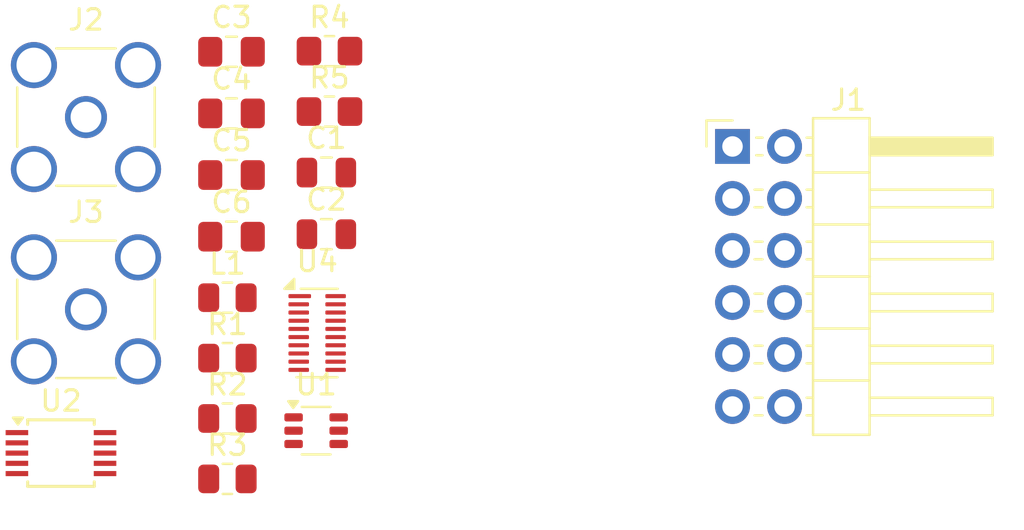
<source format=kicad_pcb>
(kicad_pcb (version 20241229) (generator "pcbnew") (generator_version "9.0")
  (layers (0 "F.Cu" signal) (2 "B.Cu" signal) (13 "F.Paste" user) (15 "B.Paste" user) (5 "F.SilkS" user "F.Silkscreen") (7 "B.SilkS" user "B.Silkscreen") (1 "F.Mask" user) (3 "B.Mask" user) (25 "Edge.Cuts" user))
  (net 0 "")
  (net 1 "GND")
  (net 2 "3v3")
  (net 3 "5v0")
  (net 4 "/OUT_5v0")
  (net 5 "/OUT_3v3")
  (net 6 "Net-(U1-L)")
  (net 7 "/DATA_IN_5v0")
  (net 8 "/DATA_OUT_5v0")
  (net 9 "Net-(U1-FB)")
  (net 10 "/EN_5v0")
  (net 11 "/CLK_5v0")
  (net 12 "/TRIGGER_IN_5v0")
  (net 14 "/DATA_OUT_3v3")
  (net 17 "/TRIGGER_IN_3v3")
  (net 18 "/DATA_IN_3v3")
  (net 21 "/CLK_3v3")
  (net 22 "/EN_3v3")
  (footprint "Package_SO:TSSOP-10_3x3mm_P0.5mm" (layer "F.Cu") (at 21.855 45.105)
    (property "Reference" "U2" (at 0 -2.55 0) (layer "F.SilkS"))
    (property "Value" "~")
    (fp_line (start -1.625 -1.625) (end -1.625 -1.4) (stroke (width 0.15)) (layer "F.SilkS"))
    (fp_line (start -1.625 -1.625) (end 1.625 -1.625) (stroke (width 0.15)) (layer "F.SilkS"))
    (fp_line (start -1.625 1.625) (end -1.625 1.4) (stroke (width 0.15)) (layer "F.SilkS"))
    (fp_line (start -1.625 1.625) (end 1.625 1.625) (stroke (width 0.15)) (layer "F.SilkS"))
    (fp_line (start 1.625 -1.625) (end 1.625 -1.4) (stroke (width 0.15)) (layer "F.SilkS"))
    (fp_line (start 1.625 1.625) (end 1.625 1.4) (stroke (width 0.15)) (layer "F.SilkS"))
    (fp_poly (pts (xy -2.1 -1.4) (xy -2.34 -1.73) (xy -1.86 -1.73) (xy -2.1 -1.4)) (stroke (width 0.12)) (fill yes) (layer "F.SilkS"))
    (pad "1" smd rect (at -2.15 -1) (size 1.1 0.25) (layers "F.Cu" "F.Mask" "F.Paste") (net 12 "/TRIGGER_IN_5v0"))
    (pad "2" smd rect (at -2.15 -0.5) (size 1.1 0.25) (layers "F.Cu" "F.Mask" "F.Paste") (net 10 "/EN_5v0"))
    (pad "3" smd rect (at -2.15 0) (size 1.1 0.25) (layers "F.Cu" "F.Mask" "F.Paste") (net 8 "/DATA_OUT_5v0"))
    (pad "4" smd rect (at -2.15 0.5) (size 1.1 0.25) (layers "F.Cu" "F.Mask" "F.Paste") (net 1 "GND"))
    (pad "5" smd rect (at -2.15 1) (size 1.1 0.25) (layers "F.Cu" "F.Mask" "F.Paste") (net 1 "GND"))
    (pad "6" smd rect (at 2.15 1) (size 1.1 0.25) (layers "F.Cu" "F.Mask" "F.Paste") (net 4 "/OUT_5v0"))
    (pad "7" smd rect (at 2.15 0.5) (size 1.1 0.25) (layers "F.Cu" "F.Mask" "F.Paste") (net 11 "/CLK_5v0"))
    (pad "8" smd rect (at 2.15 0) (size 1.1 0.25) (layers "F.Cu" "F.Mask" "F.Paste") (net 7 "/DATA_IN_5v0"))
    (pad "9" smd rect (at 2.15 -0.5) (size 1.1 0.25) (layers "F.Cu" "F.Mask" "F.Paste") (net 3 "5v0"))
    (pad "10" smd rect (at 2.15 -1) (size 1.1 0.25) (layers "F.Cu" "F.Mask" "F.Paste") (net 3 "5v0"))
  )
  (footprint "Capacitor_SMD:C_0805_2012Metric" (layer "F.Cu") (at 34.805 34.415)
    (property "Reference" "C2" (at 0 -1.68 0) (layer "F.SilkS"))
    (property "Value" "10uF")
    (fp_line (start -0.261252 -0.735) (end 0.261252 -0.735) (stroke (width 0.12)) (layer "F.SilkS"))
    (fp_line (start -0.261252 0.735) (end 0.261252 0.735) (stroke (width 0.12)) (layer "F.SilkS"))
    (pad "1" smd roundrect (at -0.95 0) (size 1 1.45) (layers "F.Cu" "F.Mask" "F.Paste") (net 3 "5v0"))
    (pad "2" smd roundrect (at 0.95 0) (size 1 1.45) (layers "F.Cu" "F.Mask" "F.Paste") (net 1 "GND"))
  )
  (footprint "Resistor_SMD:R_0805_2012Metric_Pad1.20x1.40mm_HandSolder" (layer "F.Cu") (at 34.955 25.475)
    (property "Reference" "R4" (at 0 -1.65 0) (layer "F.SilkS"))
    (property "Value" "1.8k")
    (fp_line (start -0.227064 -0.735) (end 0.227064 -0.735) (stroke (width 0.12)) (layer "F.SilkS"))
    (fp_line (start -0.227064 0.735) (end 0.227064 0.735) (stroke (width 0.12)) (layer "F.SilkS"))
    (pad "1" smd roundrect (at -1 0) (size 1.2 1.4) (layers "F.Cu" "F.Mask" "F.Paste") (roundrect_rratio 0.208333) (net 4 "/OUT_5v0"))
    (pad "2" smd roundrect (at 1 0) (size 1.2 1.4) (layers "F.Cu" "F.Mask" "F.Paste") (roundrect_rratio 0.208333) (net 5 "/OUT_3v3"))
  )
  (footprint "Capacitor_SMD:C_0805_2012Metric" (layer "F.Cu") (at 34.805 31.405)
    (property "Reference" "C1" (at 0 -1.68 0) (layer "F.SilkS"))
    (property "Value" "10uF")
    (fp_line (start -0.261252 -0.735) (end 0.261252 -0.735) (stroke (width 0.12)) (layer "F.SilkS"))
    (fp_line (start -0.261252 0.735) (end 0.261252 0.735) (stroke (width 0.12)) (layer "F.SilkS"))
    (pad "1" smd roundrect (at -0.95 0) (size 1 1.45) (layers "F.Cu" "F.Mask" "F.Paste") (net 2 "3v3"))
    (pad "2" smd roundrect (at 0.95 0) (size 1 1.45) (layers "F.Cu" "F.Mask" "F.Paste") (net 1 "GND"))
  )
  (footprint "Resistor_SMD:R_0805_2012Metric" (layer "F.Cu") (at 29.975 43.415)
    (property "Reference" "R2" (at 0 -1.65 0) (layer "F.SilkS"))
    (property "Value" "91k")
    (fp_line (start -0.227064 -0.735) (end 0.227064 -0.735) (stroke (width 0.12)) (layer "F.SilkS"))
    (fp_line (start -0.227064 0.735) (end 0.227064 0.735) (stroke (width 0.12)) (layer "F.SilkS"))
    (pad "1" smd roundrect (at -0.9125 0) (size 1.025 1.4) (layers "F.Cu" "F.Mask" "F.Paste") (roundrect_rratio 0.243902) (net 3 "5v0"))
    (pad "2" smd roundrect (at 0.9125 0) (size 1.025 1.4) (layers "F.Cu" "F.Mask" "F.Paste") (roundrect_rratio 0.243902) (net 9 "Net-(U1-FB)"))
  )
  (footprint "Capacitor_SMD:C_0805_2012Metric_Pad1.18x1.45mm_HandSolder" (layer "F.Cu") (at 30.175 31.525)
    (property "Reference" "C5" (at 0 -1.68 0) (layer "F.SilkS"))
    (property "Value" "10uF")
    (fp_line (start -0.261252 -0.735) (end 0.261252 -0.735) (stroke (width 0.12)) (layer "F.SilkS"))
    (fp_line (start -0.261252 0.735) (end 0.261252 0.735) (stroke (width 0.12)) (layer "F.SilkS"))
    (pad "1" smd roundrect (at -1.0375 0) (size 1.175 1.45) (layers "F.Cu" "F.Mask" "F.Paste") (roundrect_rratio 0.212766) (net 3 "5v0"))
    (pad "2" smd roundrect (at 1.0375 0) (size 1.175 1.45) (layers "F.Cu" "F.Mask" "F.Paste") (roundrect_rratio 0.212766) (net 1 "GND"))
  )
  (footprint "Connector_Coaxial:SMA_Amphenol_901-144_Vertical" (layer "F.Cu") (at 23.075 28.695)
    (property "Reference" "J2" (at 0 -4.75 0) (layer "F.SilkS"))
    (property "Value" "TRIG_5v0")
    (fp_line (start -3.355 -1.45) (end -3.355 1.45) (stroke (width 0.12)) (layer "F.SilkS"))
    (fp_line (start -1.45 -3.355) (end 1.45 -3.355) (stroke (width 0.12)) (layer "F.SilkS"))
    (fp_line (start -1.45 3.355) (end 1.45 3.355) (stroke (width 0.12)) (layer "F.SilkS"))
    (fp_line (start 3.355 -1.45) (end 3.355 1.45) (stroke (width 0.12)) (layer "F.SilkS"))
    (pad "1" thru_hole circle (at 0 0) (size 2.05 2.05) (drill 1.5) (layers "*.Cu" "*.Mask") (net 4 "/OUT_5v0"))
    (pad "2" thru_hole circle (at -2.54 -2.54) (size 2.25 2.25) (drill 1.7) (layers "*.Cu" "*.Mask") (net 1 "GND"))
    (pad "2" thru_hole circle (at -2.54 2.54) (size 2.25 2.25) (drill 1.7) (layers "*.Cu" "*.Mask") (net 1 "GND"))
    (pad "2" thru_hole circle (at 2.54 -2.54) (size 2.25 2.25) (drill 1.7) (layers "*.Cu" "*.Mask") (net 1 "GND"))
    (pad "2" thru_hole circle (at 2.54 2.54) (size 2.25 2.25) (drill 1.7) (layers "*.Cu" "*.Mask") (net 1 "GND"))
  )
  (footprint "Resistor_SMD:R_0805_2012Metric" (layer "F.Cu") (at 29.975 37.515)
    (property "Reference" "L1" (at 0 -1.65 0) (layer "F.SilkS"))
    (property "Value" "4.7uH")
    (fp_line (start -0.227064 -0.735) (end 0.227064 -0.735) (stroke (width 0.12)) (layer "F.SilkS"))
    (fp_line (start -0.227064 0.735) (end 0.227064 0.735) (stroke (width 0.12)) (layer "F.SilkS"))
    (pad "1" smd roundrect (at -0.9125 0) (size 1.025 1.4) (layers "F.Cu" "F.Mask" "F.Paste") (roundrect_rratio 0.243902) (net 2 "3v3"))
    (pad "2" smd roundrect (at 0.9125 0) (size 1.025 1.4) (layers "F.Cu" "F.Mask" "F.Paste") (roundrect_rratio 0.243902) (net 6 "Net-(U1-L)"))
  )
  (footprint "Resistor_SMD:R_0805_2012Metric" (layer "F.Cu") (at 29.975 46.365)
    (property "Reference" "R3" (at 0 -1.65 0) (layer "F.SilkS"))
    (property "Value" "10k")
    (fp_line (start -0.227064 -0.735) (end 0.227064 -0.735) (stroke (width 0.12)) (layer "F.SilkS"))
    (fp_line (start -0.227064 0.735) (end 0.227064 0.735) (stroke (width 0.12)) (layer "F.SilkS"))
    (pad "1" smd roundrect (at -0.9125 0) (size 1.025 1.4) (layers "F.Cu" "F.Mask" "F.Paste") (roundrect_rratio 0.243902) (net 9 "Net-(U1-FB)"))
    (pad "2" smd roundrect (at 0.9125 0) (size 1.025 1.4) (layers "F.Cu" "F.Mask" "F.Paste") (roundrect_rratio 0.243902) (net 1 "GND"))
  )
  (footprint "Capacitor_SMD:C_0805_2012Metric_Pad1.18x1.45mm_HandSolder" (layer "F.Cu") (at 30.175 28.515)
    (property "Reference" "C4" (at 0 -1.68 0) (layer "F.SilkS"))
    (property "Value" "10uF")
    (fp_line (start -0.261252 -0.735) (end 0.261252 -0.735) (stroke (width 0.12)) (layer "F.SilkS"))
    (fp_line (start -0.261252 0.735) (end 0.261252 0.735) (stroke (width 0.12)) (layer "F.SilkS"))
    (pad "1" smd roundrect (at -1.0375 0) (size 1.175 1.45) (layers "F.Cu" "F.Mask" "F.Paste") (roundrect_rratio 0.212766) (net 3 "5v0"))
    (pad "2" smd roundrect (at 1.0375 0) (size 1.175 1.45) (layers "F.Cu" "F.Mask" "F.Paste") (roundrect_rratio 0.212766) (net 1 "GND"))
  )
  (footprint "Connector_Coaxial:SMA_Amphenol_901-144_Vertical" (layer "F.Cu") (at 23.075 38.085)
    (property "Reference" "J3" (at 0 -4.75 0) (layer "F.SilkS"))
    (property "Value" "TRIG_3v3")
    (fp_line (start -3.355 -1.45) (end -3.355 1.45) (stroke (width 0.12)) (layer "F.SilkS"))
    (fp_line (start -1.45 -3.355) (end 1.45 -3.355) (stroke (width 0.12)) (layer "F.SilkS"))
    (fp_line (start -1.45 3.355) (end 1.45 3.355) (stroke (width 0.12)) (layer "F.SilkS"))
    (fp_line (start 3.355 -1.45) (end 3.355 1.45) (stroke (width 0.12)) (layer "F.SilkS"))
    (pad "1" thru_hole circle (at 0 0) (size 2.05 2.05) (drill 1.5) (layers "*.Cu" "*.Mask") (net 5 "/OUT_3v3"))
    (pad "2" thru_hole circle (at -2.54 -2.54) (size 2.25 2.25) (drill 1.7) (layers "*.Cu" "*.Mask") (net 1 "GND"))
    (pad "2" thru_hole circle (at -2.54 2.54) (size 2.25 2.25) (drill 1.7) (layers "*.Cu" "*.Mask") (net 1 "GND"))
    (pad "2" thru_hole circle (at 2.54 -2.54) (size 2.25 2.25) (drill 1.7) (layers "*.Cu" "*.Mask") (net 1 "GND"))
    (pad "2" thru_hole circle (at 2.54 2.54) (size 2.25 2.25) (drill 1.7) (layers "*.Cu" "*.Mask") (net 1 "GND"))
  )
  (footprint "Resistor_SMD:R_0805_2012Metric" (layer "F.Cu") (at 29.975 40.465)
    (property "Reference" "R1" (at 0 -1.65 0) (layer "F.SilkS"))
    (property "Value" "4.7k")
    (fp_line (start -0.227064 -0.735) (end 0.227064 -0.735) (stroke (width 0.12)) (layer "F.SilkS"))
    (fp_line (start -0.227064 0.735) (end 0.227064 0.735) (stroke (width 0.12)) (layer "F.SilkS"))
    (pad "1" smd roundrect (at -0.9125 0) (size 1.025 1.4) (layers "F.Cu" "F.Mask" "F.Paste") (roundrect_rratio 0.243902) (net 8 "/DATA_OUT_5v0"))
    (pad "2" smd roundrect (at 0.9125 0) (size 1.025 1.4) (layers "F.Cu" "F.Mask" "F.Paste") (roundrect_rratio 0.243902) (net 7 "/DATA_IN_5v0"))
  )
  (footprint "Package_TO_SOT_SMD:Texas_R-PDSO-G6" (layer "F.Cu") (at 34.305 44.01)
    (property "Reference" "U1" (at 0 -2.25 0) (layer "F.SilkS"))
    (property "Value" "TPS61222DCK")
    (fp_line (start -0.7 -1.16) (end 0.7 -1.16) (stroke (width 0.12)) (layer "F.SilkS"))
    (fp_line (start -0.7 1.16) (end 0.7 1.16) (stroke (width 0.12)) (layer "F.SilkS"))
    (fp_poly (pts (xy -1.12 -1.11) (xy -1.36 -1.44) (xy -0.88 -1.44) (xy -1.12 -1.11)) (stroke (width 0.12)) (fill yes) (layer "F.SilkS"))
    (pad "1" smd roundrect (at -1.1 -0.65) (size 0.9 0.4) (layers "F.Cu" "F.Mask" "F.Paste") (net 2 "3v3"))
    (pad "2" smd roundrect (at -1.1 0) (size 0.9 0.4) (layers "F.Cu" "F.Mask" "F.Paste") (net 9 "Net-(U1-FB)"))
    (pad "3" smd roundrect (at -1.1 0.65) (size 0.9 0.4) (layers "F.Cu" "F.Mask" "F.Paste") (net 1 "GND"))
    (pad "4" smd roundrect (at 1.1 0.65) (size 0.9 0.4) (layers "F.Cu" "F.Mask" "F.Paste") (net 3 "5v0"))
    (pad "5" smd roundrect (at 1.1 0) (size 0.9 0.4) (layers "F.Cu" "F.Mask" "F.Paste") (net 6 "Net-(U1-L)"))
    (pad "6" smd roundrect (at 1.1 -0.65) (size 0.9 0.4) (layers "F.Cu" "F.Mask" "F.Paste") (net 2 "3v3"))
  )
  (footprint "Capacitor_SMD:C_0805_2012Metric_Pad1.18x1.45mm_HandSolder" (layer "F.Cu") (at 30.175 25.505)
    (property "Reference" "C3" (at 0 -1.68 0) (layer "F.SilkS"))
    (property "Value" "10uF")
    (fp_line (start -0.261252 -0.735) (end 0.261252 -0.735) (stroke (width 0.12)) (layer "F.SilkS"))
    (fp_line (start -0.261252 0.735) (end 0.261252 0.735) (stroke (width 0.12)) (layer "F.SilkS"))
    (pad "1" smd roundrect (at -1.0375 0) (size 1.175 1.45) (layers "F.Cu" "F.Mask" "F.Paste") (roundrect_rratio 0.212766) (net 2 "3v3"))
    (pad "2" smd roundrect (at 1.0375 0) (size 1.175 1.45) (layers "F.Cu" "F.Mask" "F.Paste") (roundrect_rratio 0.212766) (net 1 "GND"))
  )
  (footprint "Capacitor_SMD:C_0805_2012Metric_Pad1.18x1.45mm_HandSolder" (layer "F.Cu") (at 30.175 34.535)
    (property "Reference" "C6" (at 0 -1.68 0) (layer "F.SilkS"))
    (property "Value" "1uF")
    (fp_line (start -0.261252 -0.735) (end 0.261252 -0.735) (stroke (width 0.12)) (layer "F.SilkS"))
    (fp_line (start -0.261252 0.735) (end 0.261252 0.735) (stroke (width 0.12)) (layer "F.SilkS"))
    (pad "1" smd roundrect (at -1.0375 0) (size 1.175 1.45) (layers "F.Cu" "F.Mask" "F.Paste") (roundrect_rratio 0.212766) (net 3 "5v0"))
    (pad "2" smd roundrect (at 1.0375 0) (size 1.175 1.45) (layers "F.Cu" "F.Mask" "F.Paste") (roundrect_rratio 0.212766) (net 1 "GND"))
  )
  (footprint "Package_SON:USON-20_2x4mm_P0.4mm" (layer "F.Cu") (at 34.355 39.24)
    (property "Reference" "U4" (at 0 -3.5 0) (layer "F.SilkS"))
    (property "Value" "TXB0108DQSR")
    (fp_line (start 0.99 2.16) (end -1.01 2.16) (stroke (width 0.12)) (layer "F.SilkS"))
    (fp_line (start 1 -2.16) (end -0.8 -2.16) (stroke (width 0.12)) (layer "F.SilkS"))
    (fp_poly (pts (xy -1.12 -2.16) (xy -1.6 -2.16) (xy -1.12 -2.64) (xy -1.12 -2.16)) (stroke (width 0.12)) (fill yes) (layer "F.SilkS"))
    (pad "1" smd roundrect (at -0.85 -1.8 270) (size 0.2 1.1) (layers "F.Cu" "F.Mask" "F.Paste") (net 17 "/TRIGGER_IN_3v3"))
    (pad "2" smd roundrect (at -0.9 -1.4 270) (size 0.2 1) (layers "F.Cu" "F.Mask" "F.Paste") (net 18 "/DATA_IN_3v3"))
    (pad "3" smd roundrect (at -0.9 -1 270) (size 0.2 1) (layers "F.Cu" "F.Mask" "F.Paste") (net 21 "/CLK_3v3"))
    (pad "4" smd roundrect (at -0.9 -0.6 270) (size 0.2 1) (layers "F.Cu" "F.Mask" "F.Paste") (net 14 "/DATA_OUT_3v3"))
    (pad "5" smd roundrect (at -0.9 -0.2 270) (size 0.2 1) (layers "F.Cu" "F.Mask" "F.Paste") (net 2 "3v3"))
    (pad "6" smd roundrect (at -0.9 0.2 270) (size 0.2 1) (layers "F.Cu" "F.Mask" "F.Paste") (net 2 "3v3"))
    (pad "7" smd roundrect (at -0.9 0.6 270) (size 0.2 1) (layers "F.Cu" "F.Mask" "F.Paste") (net 22 "/EN_3v3"))
    (pad "8" smd roundrect (at -0.9 1 270) (size 0.2 1) (layers "F.Cu" "F.Mask" "F.Paste"))
    (pad "9" smd roundrect (at -0.9 1.4 270) (size 0.2 1) (layers "F.Cu" "F.Mask" "F.Paste"))
    (pad "10" smd roundrect (at -0.9 1.8 270) (size 0.2 1) (layers "F.Cu" "F.Mask" "F.Paste"))
    (pad "11" smd roundrect (at 0.9 1.8 270) (size 0.2 1) (layers "F.Cu" "F.Mask" "F.Paste"))
    (pad "12" smd roundrect (at 0.9 1.4 270) (size 0.2 1) (layers "F.Cu" "F.Mask" "F.Paste"))
    (pad "13" smd roundrect (at 0.9 1 270) (size 0.2 1) (layers "F.Cu" "F.Mask" "F.Paste"))
    (pad "14" smd roundrect (at 0.9 0.6 270) (size 0.2 1) (layers "F.Cu" "F.Mask" "F.Paste") (net 10 "/EN_5v0"))
    (pad "15" smd roundrect (at 0.9 0.2 270) (size 0.2 1) (layers "F.Cu" "F.Mask" "F.Paste") (net 1 "GND"))
    (pad "16" smd roundrect (at 0.9 -0.2 270) (size 0.2 1) (layers "F.Cu" "F.Mask" "F.Paste") (net 3 "5v0"))
    (pad "17" smd roundrect (at 0.9 -0.6 270) (size 0.2 1) (layers "F.Cu" "F.Mask" "F.Paste") (net 8 "/DATA_OUT_5v0"))
    (pad "18" smd roundrect (at 0.9 -1 270) (size 0.2 1) (layers "F.Cu" "F.Mask" "F.Paste") (net 11 "/CLK_5v0"))
    (pad "19" smd roundrect (at 0.9 -1.4 270) (size 0.2 1) (layers "F.Cu" "F.Mask" "F.Paste") (net 7 "/DATA_IN_5v0"))
    (pad "20" smd roundrect (at 0.9 -1.8 270) (size 0.2 1) (layers "F.Cu" "F.Mask" "F.Paste") (net 12 "/TRIGGER_IN_5v0"))
  )
  (footprint "Resistor_SMD:R_0805_2012Metric_Pad1.20x1.40mm_HandSolder" (layer "F.Cu") (at 34.955 28.425)
    (property "Reference" "R5" (at 0 -1.65 0) (layer "F.SilkS"))
    (property "Value" "3.3k")
    (fp_line (start -0.227064 -0.735) (end 0.227064 -0.735) (stroke (width 0.12)) (layer "F.SilkS"))
    (fp_line (start -0.227064 0.735) (end 0.227064 0.735) (stroke (width 0.12)) (layer "F.SilkS"))
    (pad "1" smd roundrect (at -1 0) (size 1.2 1.4) (layers "F.Cu" "F.Mask" "F.Paste") (roundrect_rratio 0.208333) (net 5 "/OUT_3v3"))
    (pad "2" smd roundrect (at 1 0) (size 1.2 1.4) (layers "F.Cu" "F.Mask" "F.Paste") (roundrect_rratio 0.208333) (net 1 "GND"))
  )
  (footprint "Connector_PinHeader_2.54mm:PinHeader_2x06_P2.54mm_Horizontal" (layer "F.Cu") (at 54.62 30.13)
    (property "Reference" "J1" (at 5.655 -2.27 0) (layer "F.SilkS"))
    (property "Value" "Conn_02x06_Odd_Even")
    (fp_line (start -1.27 -1.27) (end 0 -1.27) (stroke (width 0.12)) (layer "F.SilkS"))
    (fp_line (start -1.27 0) (end -1.27 -1.27) (stroke (width 0.12)) (layer "F.SilkS"))
    (fp_line (start 1.077358 2.11) (end 1.462642 2.11) (stroke (width 0.12)) (layer "F.SilkS"))
    (fp_line (start 1.077358 2.97) (end 1.462642 2.97) (stroke (width 0.12)) (layer "F.SilkS"))
    (fp_line (start 1.077358 4.65) (end 1.462642 4.65) (stroke (width 0.12)) (layer "F.SilkS"))
    (fp_line (start 1.077358 5.51) (end 1.462642 5.51) (stroke (width 0.12)) (layer "F.SilkS"))
    (fp_line (start 1.077358 7.19) (end 1.462642 7.19) (stroke (width 0.12)) (layer "F.SilkS"))
    (fp_line (start 1.077358 8.05) (end 1.462642 8.05) (stroke (width 0.12)) (layer "F.SilkS"))
    (fp_line (start 1.077358 9.73) (end 1.462642 9.73) (stroke (width 0.12)) (layer "F.SilkS"))
    (fp_line (start 1.077358 10.59) (end 1.462642 10.59) (stroke (width 0.12)) (layer "F.SilkS"))
    (fp_line (start 1.077358 12.27) (end 1.462642 12.27) (stroke (width 0.12)) (layer "F.SilkS"))
    (fp_line (start 1.077358 13.13) (end 1.462642 13.13) (stroke (width 0.12)) (layer "F.SilkS"))
    (fp_line (start 1.16 -0.43) (end 1.462642 -0.43) (stroke (width 0.12)) (layer "F.SilkS"))
    (fp_line (start 1.16 0.43) (end 1.462642 0.43) (stroke (width 0.12)) (layer "F.SilkS"))
    (fp_line (start 3.617358 -0.43) (end 3.93 -0.43) (stroke (width 0.12)) (layer "F.SilkS"))
    (fp_line (start 3.617358 0.43) (end 3.93 0.43) (stroke (width 0.12)) (layer "F.SilkS"))
    (fp_line (start 3.617358 2.11) (end 3.93 2.11) (stroke (width 0.12)) (layer "F.SilkS"))
    (fp_line (start 3.617358 2.97) (end 3.93 2.97) (stroke (width 0.12)) (layer "F.SilkS"))
    (fp_line (start 3.617358 4.65) (end 3.93 4.65) (stroke (width 0.12)) (layer "F.SilkS"))
    (fp_line (start 3.617358 5.51) (end 3.93 5.51) (stroke (width 0.12)) (layer "F.SilkS"))
    (fp_line (start 3.617358 7.19) (end 3.93 7.19) (stroke (width 0.12)) (layer "F.SilkS"))
    (fp_line (start 3.617358 8.05) (end 3.93 8.05) (stroke (width 0.12)) (layer "F.SilkS"))
    (fp_line (start 3.617358 9.73) (end 3.93 9.73) (stroke (width 0.12)) (layer "F.SilkS"))
    (fp_line (start 3.617358 10.59) (end 3.93 10.59) (stroke (width 0.12)) (layer "F.SilkS"))
    (fp_line (start 3.617358 12.27) (end 3.93 12.27) (stroke (width 0.12)) (layer "F.SilkS"))
    (fp_line (start 3.617358 13.13) (end 3.93 13.13) (stroke (width 0.12)) (layer "F.SilkS"))
    (fp_line (start 3.93 -1.38) (end 3.93 14.08) (stroke (width 0.12)) (layer "F.SilkS"))
    (fp_line (start 3.93 1.27) (end 6.69 1.27) (stroke (width 0.12)) (layer "F.SilkS"))
    (fp_line (start 3.93 3.81) (end 6.69 3.81) (stroke (width 0.12)) (layer "F.SilkS"))
    (fp_line (start 3.93 6.35) (end 6.69 6.35) (stroke (width 0.12)) (layer "F.SilkS"))
    (fp_line (start 3.93 8.89) (end 6.69 8.89) (stroke (width 0.12)) (layer "F.SilkS"))
    (fp_line (start 3.93 11.43) (end 6.69 11.43) (stroke (width 0.12)) (layer "F.SilkS"))
    (fp_line (start 3.93 14.08) (end 6.69 14.08) (stroke (width 0.12)) (layer "F.SilkS"))
    (fp_line (start 6.69 -1.38) (end 3.93 -1.38) (stroke (width 0.12)) (layer "F.SilkS"))
    (fp_line (start 6.69 2.11) (end 12.69 2.11) (stroke (width 0.12)) (layer "F.SilkS"))
    (fp_line (start 6.69 4.65) (end 12.69 4.65) (stroke (width 0.12)) (layer "F.SilkS"))
    (fp_line (start 6.69 7.19) (end 12.69 7.19) (stroke (width 0.12)) (layer "F.SilkS"))
    (fp_line (start 6.69 9.73) (end 12.69 9.73) (stroke (width 0.12)) (layer "F.SilkS"))
    (fp_line (start 6.69 12.27) (end 12.69 12.27) (stroke (width 0.12)) (layer "F.SilkS"))
    (fp_line (start 6.69 14.08) (end 6.69 -1.38) (stroke (width 0.12)) (layer "F.SilkS"))
    (fp_line (start 12.69 2.11) (end 12.69 2.97) (stroke (width 0.12)) (layer "F.SilkS"))
    (fp_line (start 12.69 2.97) (end 6.69 2.97) (stroke (width 0.12)) (layer "F.SilkS"))
    (fp_line (start 12.69 4.65) (end 12.69 5.51) (stroke (width 0.12)) (layer "F.SilkS"))
    (fp_line (start 12.69 5.51) (end 6.69 5.51) (stroke (width 0.12)) (layer "F.SilkS"))
    (fp_line (start 12.69 7.19) (end 12.69 8.05) (stroke (width 0.12)) (layer "F.SilkS"))
    (fp_line (start 12.69 8.05) (end 6.69 8.05) (stroke (width 0.12)) (layer "F.SilkS"))
    (fp_line (start 12.69 9.73) (end 12.69 10.59) (stroke (width 0.12)) (layer "F.SilkS"))
    (fp_line (start 12.69 10.59) (end 6.69 10.59) (stroke (width 0.12)) (layer "F.SilkS"))
    (fp_line (start 12.69 12.27) (end 12.69 13.13) (stroke (width 0.12)) (layer "F.SilkS"))
    (fp_line (start 12.69 13.13) (end 6.69 13.13) (stroke (width 0.12)) (layer "F.SilkS"))
    (fp_rect (start 6.69 -0.43) (end 12.69 0.43) (stroke (width 0.12)) (fill yes) (layer "F.SilkS"))
    (pad "1" thru_hole rect (at 0 0) (size 1.7 1.7) (drill 1) (layers "*.Cu" "*.Mask") (net 17 "/TRIGGER_IN_3v3"))
    (pad "2" thru_hole circle (at 2.54 0) (size 1.7 1.7) (drill 1) (layers "*.Cu" "*.Mask") (net 14 "/DATA_OUT_3v3"))
    (pad "3" thru_hole circle (at 0 2.54) (size 1.7 1.7) (drill 1) (layers "*.Cu" "*.Mask") (net 22 "/EN_3v3"))
    (pad "4" thru_hole circle (at 2.54 2.54) (size 1.7 1.7) (drill 1) (layers "*.Cu" "*.Mask"))
    (pad "5" thru_hole circle (at 0 5.08) (size 1.7 1.7) (drill 1) (layers "*.Cu" "*.Mask") (net 18 "/DATA_IN_3v3"))
    (pad "6" thru_hole circle (at 2.54 5.08) (size 1.7 1.7) (drill 1) (layers "*.Cu" "*.Mask"))
    (pad "7" thru_hole circle (at 0 7.62) (size 1.7 1.7) (drill 1) (layers "*.Cu" "*.Mask") (net 21 "/CLK_3v3"))
    (pad "8" thru_hole circle (at 2.54 7.62) (size 1.7 1.7) (drill 1) (layers "*.Cu" "*.Mask"))
    (pad "9" thru_hole circle (at 0 10.16) (size 1.7 1.7) (drill 1) (layers "*.Cu" "*.Mask") (net 1 "GND"))
    (pad "10" thru_hole circle (at 2.54 10.16) (size 1.7 1.7) (drill 1) (layers "*.Cu" "*.Mask") (net 1 "GND"))
    (pad "11" thru_hole circle (at 0 12.7) (size 1.7 1.7) (drill 1) (layers "*.Cu" "*.Mask") (net 2 "3v3"))
    (pad "12" thru_hole circle (at 2.54 12.7) (size 1.7 1.7) (drill 1) (layers "*.Cu" "*.Mask") (net 2 "3v3"))
  )
)
</source>
